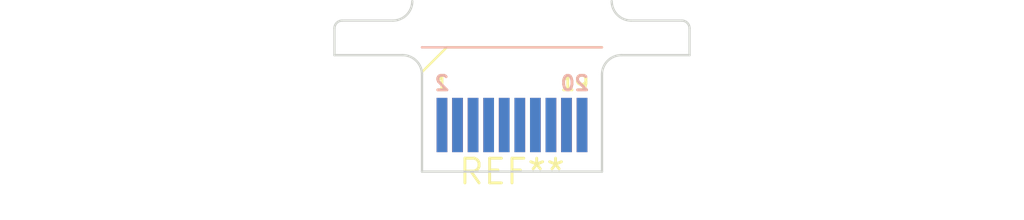
<source format=kicad_pcb>
(kicad_pcb (version 20240108) (generator pcbnew)
  (layers (0 "F.Cu" signal) (31 "B.Cu" signal) (34 "B.Paste" user) (35 "F.Paste" user) (36 "B.SilkS" user "B.Silkscreen") (37 "F.SilkS" user "F.Silkscreen") (38 "B.Mask" user) (39 "F.Mask" user) (44 "Edge.Cuts" user))
  (net 0 "")
  (footprint "Samtec_HSEC8-110-X-X-DV-BL_2x10_P0.8mm_Edge" (layer "F.Cu") (at 0 0)
    (property "Reference" "REF**")
    (property "Value" "Samtec_HSEC8-110-X-X-DV-BL_2x10_P0.8mm_Edge")
    (fp_line (start -4.625 -6.4) (end -4.625 -6.4) (layer "B.SilkS") (stroke (width 0.12)))
    (fp_line (start -4.625 -6.4) (end 4.625 -6.4) (layer "B.SilkS") (stroke (width 0.12)))
    (fp_line (start -4.625 -5.13) (end -3.355 -6.4) (layer "F.SilkS") (stroke (width 0.12)))
    (fp_line (start -3.355 -6.4) (end 4.625 -6.4) (layer "F.SilkS") (stroke (width 0.12)))
    (fp_line (start -9.125 -6) (end -9.125 -7.38) (layer "Edge.Cuts") (stroke (width 0.12)))
    (fp_line (start -8.725 -7.78) (end -6.125 -7.78) (layer "Edge.Cuts") (stroke (width 0.12)))
    (fp_line (start -5.625 -6) (end -9.125 -6) (layer "Edge.Cuts") (stroke (width 0.12)))
    (fp_line (start -4.625 -5) (end -4.625 0) (layer "Edge.Cuts") (stroke (width 0.12)))
    (fp_line (start -4.625 0) (end 4.625 0) (layer "Edge.Cuts") (stroke (width 0.12)))
    (fp_line (start 4.625 0) (end 4.625 -5) (layer "Edge.Cuts") (stroke (width 0.12)))
    (fp_line (start 5.625 -6) (end 9.125 -6) (layer "Edge.Cuts") (stroke (width 0.12)))
    (fp_line (start 8.725 -7.78) (end 6.125 -7.78) (layer "Edge.Cuts") (stroke (width 0.12)))
    (fp_line (start 9.125 -6) (end 9.125 -7.38) (layer "Edge.Cuts") (stroke (width 0.12)))
    (fp_arc (start -9.125 -7.38) (mid -9.007843 -7.662843) (end -8.725 -7.78) (layer "Edge.Cuts") (stroke (width 0.12)))
    (fp_arc (start -5.625 -6) (mid -4.917893 -5.707107) (end -4.625 -5) (layer "Edge.Cuts") (stroke (width 0.12)))
    (fp_arc (start -5.125 -8.78) (mid -5.417893 -8.072893) (end -6.125 -7.78) (layer "Edge.Cuts") (stroke (width 0.12)))
    (fp_arc (start 4.625 -5) (mid 4.917893 -5.707107) (end 5.625 -6) (layer "Edge.Cuts") (stroke (width 0.12)))
    (fp_arc (start 6.125 -7.78) (mid 5.417893 -8.072893) (end 5.125 -8.78) (layer "Edge.Cuts") (stroke (width 0.12)))
    (fp_arc (start 8.725 -7.78) (mid 9.007843 -7.662843) (end 9.125 -7.38) (layer "Edge.Cuts") (stroke (width 0.12)))
    (fp_text user "2" (at -3.6 -4.55 0) (layer "B.SilkS") (effects (font (size 0.75 0.75)) (justify mirror)))
    (fp_text user "20" (at 3.225 -4.55 0) (layer "B.SilkS") (effects (font (size 0.75 0.75)) (justify mirror)))
    (fp_text user "19" (at 3.225 -4.55 0) (layer "F.SilkS") (effects (font (size 0.75 0.75))))
    (fp_text user "1" (at -3.6 -4.55 0) (layer "F.SilkS") (effects (font (size 0.75 0.75))))
    (pad "1" connect rect (at -3.6 -2.4) (size 0.55 2.8) (layers "F.Cu" "F.Mask"))
    (pad "2" connect rect (at -3.6 -2.4) (size 0.55 2.8) (layers "B.Cu" "B.Mask"))
    (pad "3" connect rect (at -2.8 -2.4) (size 0.55 2.8) (layers "F.Cu" "F.Mask"))
    (pad "4" connect rect (at -2.8 -2.4) (size 0.55 2.8) (layers "B.Cu" "B.Mask"))
    (pad "5" connect rect (at -2 -2.4) (size 0.55 2.8) (layers "F.Cu" "F.Mask"))
    (pad "6" connect rect (at -2 -2.4) (size 0.55 2.8) (layers "B.Cu" "B.Mask"))
    (pad "7" connect rect (at -1.2 -2.4) (size 0.55 2.8) (layers "F.Cu" "F.Mask"))
    (pad "8" connect rect (at -1.2 -2.4) (size 0.55 2.8) (layers "B.Cu" "B.Mask"))
    (pad "9" connect rect (at -0.4 -2.4) (size 0.55 2.8) (layers "F.Cu" "F.Mask"))
    (pad "10" connect rect (at -0.4 -2.4) (size 0.55 2.8) (layers "B.Cu" "B.Mask"))
    (pad "11" connect rect (at 0.4 -2.4) (size 0.55 2.8) (layers "F.Cu" "F.Mask"))
    (pad "12" connect rect (at 0.4 -2.4) (size 0.55 2.8) (layers "B.Cu" "B.Mask"))
    (pad "13" connect rect (at 1.2 -2.4) (size 0.55 2.8) (layers "F.Cu" "F.Mask"))
    (pad "14" connect rect (at 1.2 -2.4) (size 0.55 2.8) (layers "B.Cu" "B.Mask"))
    (pad "15" connect rect (at 2 -2.4) (size 0.55 2.8) (layers "F.Cu" "F.Mask"))
    (pad "16" connect rect (at 2 -2.4) (size 0.55 2.8) (layers "B.Cu" "B.Mask"))
    (pad "17" connect rect (at 2.8 -2.4) (size 0.55 2.8) (layers "F.Cu" "F.Mask"))
    (pad "18" connect rect (at 2.8 -2.4) (size 0.55 2.8) (layers "B.Cu" "B.Mask"))
    (pad "19" connect rect (at 3.6 -2.4) (size 0.55 2.8) (layers "F.Cu" "F.Mask"))
    (pad "20" connect rect (at 3.6 -2.4) (size 0.55 2.8) (layers "B.Cu" "B.Mask"))
  )
)
</source>
